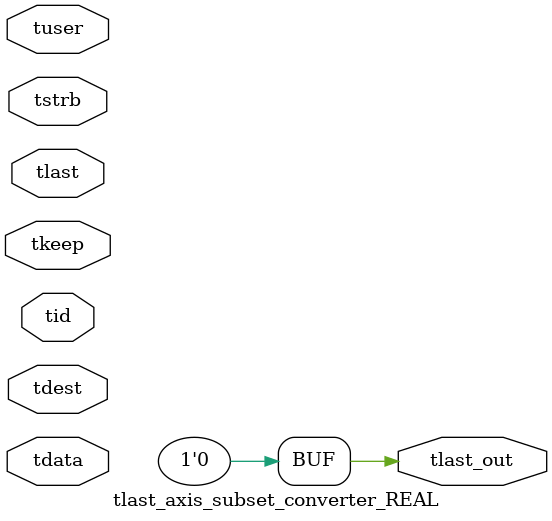
<source format=v>


`timescale 1ps/1ps

module tlast_axis_subset_converter_REAL #
(
parameter C_S_AXIS_TID_WIDTH   = 1,
parameter C_S_AXIS_TUSER_WIDTH = 0,
parameter C_S_AXIS_TDATA_WIDTH = 0,
parameter C_S_AXIS_TDEST_WIDTH = 0
)
(
input  [(C_S_AXIS_TID_WIDTH   == 0 ? 1 : C_S_AXIS_TID_WIDTH)-1:0       ] tid,
input  [(C_S_AXIS_TDATA_WIDTH == 0 ? 1 : C_S_AXIS_TDATA_WIDTH)-1:0     ] tdata,
input  [(C_S_AXIS_TUSER_WIDTH == 0 ? 1 : C_S_AXIS_TUSER_WIDTH)-1:0     ] tuser,
input  [(C_S_AXIS_TDEST_WIDTH == 0 ? 1 : C_S_AXIS_TDEST_WIDTH)-1:0     ] tdest,
input  [(C_S_AXIS_TDATA_WIDTH/8)-1:0 ] tkeep,
input  [(C_S_AXIS_TDATA_WIDTH/8)-1:0 ] tstrb,
input  [0:0]                                                             tlast,
output                                                                   tlast_out
);

assign tlast_out = {1'b0};

endmodule


</source>
